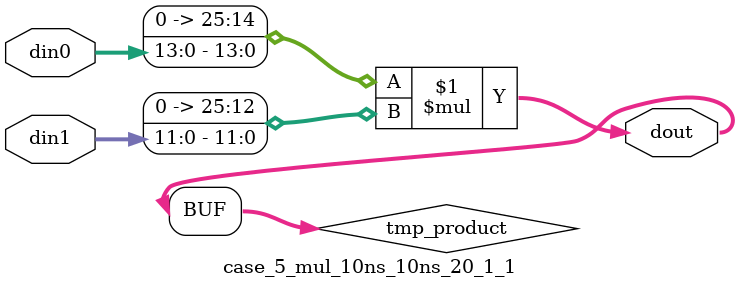
<source format=v>

`timescale 1 ns / 1 ps

 (* use_dsp = "no" *)  module case_5_mul_10ns_10ns_20_1_1(din0, din1, dout);
parameter ID = 1;
parameter NUM_STAGE = 0;
parameter din0_WIDTH = 14;
parameter din1_WIDTH = 12;
parameter dout_WIDTH = 26;

input [din0_WIDTH - 1 : 0] din0; 
input [din1_WIDTH - 1 : 0] din1; 
output [dout_WIDTH - 1 : 0] dout;

wire signed [dout_WIDTH - 1 : 0] tmp_product;
























assign tmp_product = $signed({1'b0, din0}) * $signed({1'b0, din1});











assign dout = tmp_product;





















endmodule

</source>
